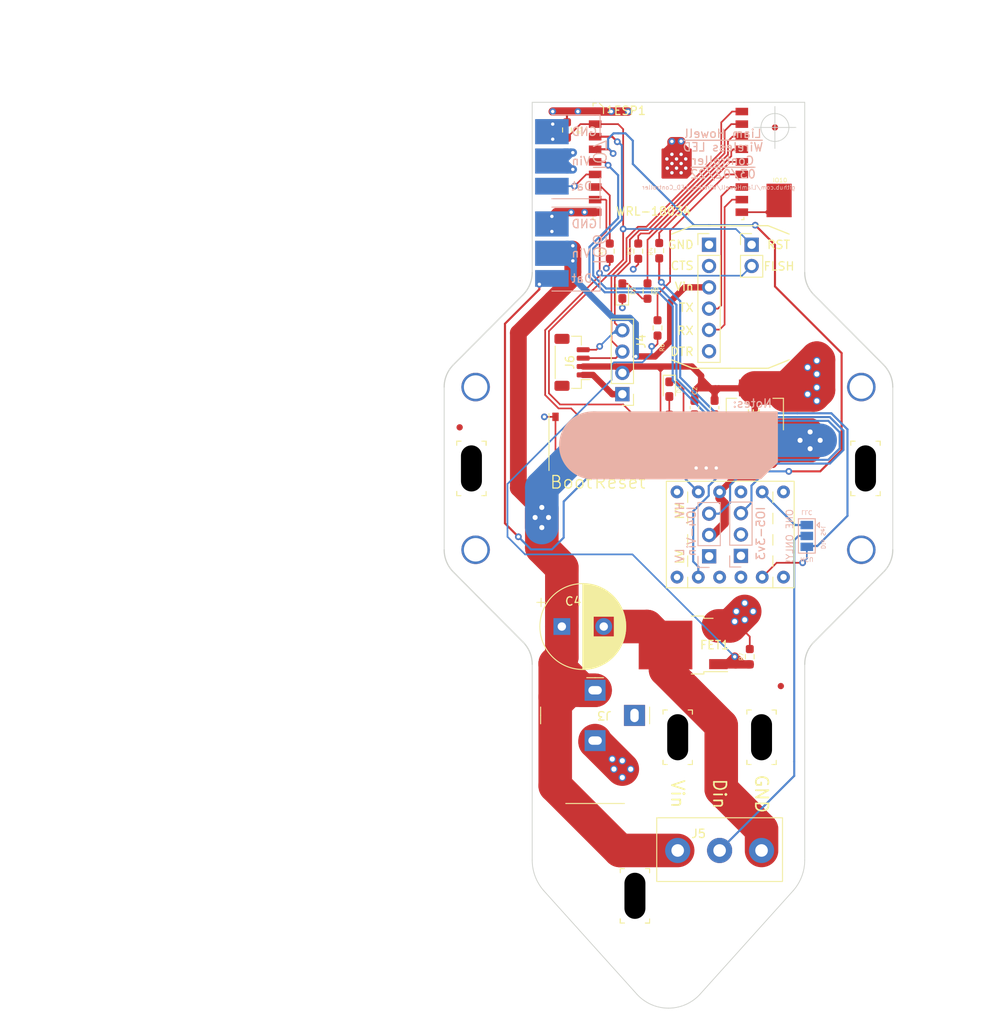
<source format=kicad_pcb>
(kicad_pcb (version 20211014) (generator pcbnew)
  (layers (0 "F.Cu" signal) (1 "In1.Cu" signal) (2 "In2.Cu" signal) (31 "B.Cu" signal) (34 "B.Paste" user) (35 "F.Paste" user) (36 "B.SilkS" user "B.Silkscreen") (37 "F.SilkS" user "F.Silkscreen") (38 "B.Mask" user) (39 "F.Mask" user) (44 "Edge.Cuts" user))
  (net 0 "")
  (net 1 "ESP_Vcc")
  (net 2 "GND")
  (net 3 "Vin")
  (net 4 "Strip_-")
  (net 5 "Net-(D1-Pad2)")
  (net 6 "Net-(D2-Pad2)")
  (net 7 "~{Reset}")
  (net 8 "/IO4")
  (net 9 "/IO5")
  (net 10 "/IO6")
  (net 11 "/IO7")
  (net 12 "Net-(ESP1-Pad7)")
  (net 13 "~{Flash}")
  (net 14 "/IO10")
  (net 15 "/RX_CON")
  (net 16 "/TX_CON")
  (net 17 "/PWR_STRIP")
  (net 18 "Net-(ESP1-Pad14)")
  (net 19 "/LED")
  (net 20 "Net-(ESP1-Pad16)")
  (net 21 "/SCL")
  (net 22 "/SDA")
  (net 23 "Net-(FET1-Pad1)")
  (net 24 "/CTS")
  (net 25 "/DTR")
  (net 26 "/Din_STRIP")
  (net 27 "Net-(JP1-Pad1)")
  (net 28 "/Hv_Din_STRIP")
  (net 29 "/3v3_Din_STRIP")
  (net 34 "/IO6_HV")
  (footprint "Capacitor_SMD:C_0603_1608Metric_Pad1.08x0.95mm_HandSolder" (layer "F.Cu") (at 62.825 63.68 -90)
    (fp_text reference "C2")
    (fp_text value "0.1uF")
  )
  (footprint "Liam_KiCAD6_Foot:ZipTie_5x2" (layer "F.Cu") (at 34.725 73.93 90)
    (fp_text reference "Zip4")
    (fp_text value "ZiptieStrain" hide)
  )
  (footprint "Connector_PinHeader_2.54mm:PinHeader_1x04_P2.54mm_Vertical" (layer "F.Cu") (at 54.225 62.08 180)
    (fp_text reference "J4")
    (fp_text value "THT_I2C")
  )
  (footprint "Resistor_SMD:R_0603_1608Metric_Pad0.98x0.95mm_HandSolder" (layer "F.Cu") (at 69.42 93.38 90)
    (fp_text reference "R7")
    (fp_text value "10k")
  )
  (footprint "Liam_KiCAD6_Foot:BarrelJack" (layer "F.Cu") (at 50.975 100.38 180)
    (fp_text reference "J3")
    (fp_text value "Barrel_Jack")
  )
  (footprint "Resistor_SMD:R_0603_1608Metric_Pad0.98x0.95mm_HandSolder" (layer "F.Cu") (at 47.62 30.58 -90)
    (fp_text reference "R1")
    (fp_text value "10k")
  )
  (footprint "Package_TO_SOT_SMD:SOT-223-3_TabPin2" (layer "F.Cu") (at 70.025 64.48 90)
    (fp_text reference "U1")
    (fp_text value "AMS1117-3.3")
  )
  (footprint "Fiducial:Fiducial_0.75mm_Mask1.5mm" (layer "F.Cu") (at 73.125 96.88)
    (fp_text reference "FID3")
    (fp_text value "Fiducial")
  )
  (footprint "Liam_KiCAD6_Foot:ZipTie_5x2" (layer "F.Cu") (at 81.725 73.93 90)
    (fp_text reference "Zip3")
    (fp_text value "ZiptieStrain" hide)
  )
  (footprint "LED_SMD:LED_0603_1608Metric_Pad1.05x0.95mm_HandSolder" (layer "F.Cu") (at 59.825 61.48 -90)
    (fp_text reference "D1")
    (fp_text value "PWR LED")
  )
  (footprint "Jumper:SolderJumper-2_P1.3mm_Bridged_RoundedPad1.0x1.5mm" (layer "F.Cu") (at 59.825 69.1 -90)
    (fp_text reference "JP1")
    (fp_text value "SolderJumper_2_Bridged" hide)
  )
  (footprint "Resistor_SMD:R_0603_1608Metric_Pad0.98x0.95mm_HandSolder" (layer "F.Cu") (at 58.42 54.18 -90)
    (fp_text reference "R6")
    (fp_text value "660")
  )
  (footprint "Package_TO_SOT_SMD:TO-252-2" (layer "F.Cu") (at 61.475 91.985 180)
    (fp_text reference "FET1")
    (fp_text value "NCE3050K")
  )
  (footprint "LED_SMD:LED_0603_1608Metric_Pad1.05x0.95mm_HandSolder" (layer "F.Cu") (at 54.225 49.78 90)
    (fp_text reference "D2")
    (fp_text value "GP15")
  )
  (footprint "Resistor_SMD:R_0603_1608Metric_Pad0.98x0.95mm_HandSolder" (layer "F.Cu") (at 59.825 65.4405 90)
    (fp_text reference "R2")
    (fp_text value "2k2")
  )
  (footprint "Capacitor_THT:CP_Radial_D10.0mm_P5.00mm" (layer "F.Cu") (at 47.007323 89.78)
    (fp_text reference "C4")
    (fp_text value "1000uF")
  )
  (footprint "Liam_KiCAD6_Foot:Screw3Pin" (layer "F.Cu") (at 65.825 116.48)
    (fp_text reference "J5")
    (fp_text value "Conn_Strip")
  )
  (footprint "MountingHole:MountingHole_4.3mm_M4" (layer "F.Cu") (at 70.975 54.78)
    (fp_text reference "MOUNT3" hide)
    (fp_text value "MountingHole_M4")
  )
  (footprint "Resistor_SMD:R_0603_1608Metric_Pad0.98x0.95mm_HandSolder" (layer "F.Cu") (at 57.225 49.78 -90)
    (fp_text reference "R8")
    (fp_text value "2k2")
  )
  (footprint "Capacitor_SMD:C_0603_1608Metric_Pad1.08x0.95mm_HandSolder" (layer "F.Cu") (at 65.225 63.68 -90)
    (fp_text reference "C1")
    (fp_text value "10uF")
  )
  (footprint "Resistor_SMD:R_0603_1608Metric_Pad0.98x0.95mm_HandSolder" (layer "F.Cu") (at 56.12 45.03 90)
    (fp_text reference "R3")
    (fp_text value "10k")
  )
  (footprint "Liam_KiCAD6_Foot:LogicLevelConverter" (layer "F.Cu") (at 59.475 85.16 90)
    (fp_text reference "LLC1")
    (fp_text value "LogicLevelConverter")
  )
  (footprint "Liam_KiCAD6_Foot:ZipTie_5x2" (layer "F.Cu") (at 72.325 99.98 -90)
    (fp_text reference "Zip1")
    (fp_text value "ZiptieStrain" hide)
  )
  (footprint "Capacitor_SMD:C_0603_1608Metric_Pad1.08x0.95mm_HandSolder" (layer "F.Cu") (at 70.025 70.48 180)
    (fp_text reference "C3")
    (fp_text value "10uF")
  )
  (footprint "Liam_KiCAD6_Foot:Button" (layer "F.Cu") (at 53.925 67.78 90)
    (fp_text reference "SW2")
    (fp_text value "Reset")
  )
  (footprint "Resistor_SMD:R_0603_1608Metric_Pad0.98x0.95mm_HandSolder" (layer "F.Cu") (at 52.725 45.03 90)
    (fp_text reference "R5")
    (fp_text value "10k")
  )
  (footprint "Liam_KiCAD6_Foot:ZipTie_5x2" (layer "F.Cu") (at 54.225 124.884826 90)
    (fp_text reference "Zip2")
    (fp_text value "ZiptieStrain")
  )
  (footprint "Liam_KiCAD6_Foot:Button" (layer "F.Cu") (at 48.125 67.78 90)
    (fp_text reference "SW1")
    (fp_text value "Boot")
  )
  (footprint "Fiducial:Fiducial_0.75mm_Mask1.5mm" (layer "F.Cu") (at 34.82 66.03)
    (fp_text reference "FID2")
    (fp_text value "Fiducial")
  )
  (footprint "Fiducial:Fiducial_0.75mm_Mask1.5mm" (layer "F.Cu") (at 72.425 30.28)
    (fp_text reference "FID1")
    (fp_text value "Fiducial")
  )
  (footprint "Liam_KiCAD6_Foot:ESP32-C3" (layer "F.Cu") (at 50.725 21.28)
    (fp_text reference "ESP1")
    (fp_text value "ESP32-C3-WROOM")
  )
  (footprint "Liam_KiCAD6_Foot:SensorMount_Double" (layer "F.Cu") (at 36.725 80.63 90)
    (fp_text reference "SenMount1" hide)
    (fp_text value "SensMount")
  )
  (footprint "Connector_PinHeader_2.54mm:PinHeader_1x02_P2.54mm_Vertical" (layer "F.Cu") (at 69.645 44.26)
    (fp_text reference "J2")
    (fp_text value "Flash Easy")
  )
  (footprint "Liam_KiCAD6_Foot:Conn1x1SMD" (layer "F.Cu") (at 71.42 36.98)
    (fp_text reference "J11")
    (fp_text value "Conn_01x01_Female")
  )
  (footprint "Resistor_SMD:R_0603_1608Metric_Pad0.98x0.95mm_HandSolder" (layer "F.Cu") (at 58.62 44.9675 90)
    (fp_text reference "R4")
    (fp_text value "330")
  )
  (footprint "Connector_PinHeader_2.54mm:PinHeader_1x06_P2.54mm_Vertical" (layer "F.Cu") (at 64.565 44.26)
    (fp_text reference "J1")
    (fp_text value "FTDI")
  )
  (footprint "Liam_KiCAD6_Foot:ZipTie_5x2" (layer "F.Cu") (at 62.325 99.98 -90)
    (fp_text reference "Zip5")
    (fp_text value "ZiptieStrain" hide)
  )
  (footprint "MountingHole:MountingHole_4.3mm_M4" (layer "F.Cu") (at 50.975 77.28)
    (fp_text reference "MOUNT1" hide)
    (fp_text value "MountingHole_M4")
  )
  (footprint "MountingHole:MountingHole_4.3mm_M4" (layer "F.Cu") (at 59.725 130.28)
    (fp_text reference "MOUNT2" hide)
    (fp_text value "MountingHole_M4")
  )
  (footprint "Connector_JST:JST_SH_BM04B-SRSS-TB_1x04-1MP_P1.00mm_Vertical" (layer "F.Cu") (at 48.225 58.28 90)
    (fp_text reference "J6")
    (fp_text value "JST-SH")
  )
  (footprint "Liam_KiCAD6_Foot:Conn1x3SMD" (layer "B.Cu") (at 45.82 33.78 180)
    (fp_text reference "J10")
    (fp_text value "Conn_01x03_Female" hide)
  )
  (footprint "Liam_KiCAD6_Foot:Conn1x3SMD" (layer "B.Cu") (at 45.82 44.78 180)
    (fp_text reference "J8")
    (fp_text value "Conn_01x03_Female" hide)
  )
  (footprint "Connector_PinHeader_2.54mm:PinHeader_1x03_P2.54mm_Vertical" (layer "B.Cu") (at 64.575 81.405)
    (fp_text reference "J7")
    (fp_text value "Conn_01x03_Female" hide)
  )
  (footprint "Connector_PinHeader_2.54mm:PinHeader_1x03_P2.54mm_Vertical" (layer "B.Cu") (at 68.365 81.35)
    (fp_text reference "J9")
    (fp_text value "Conn_01x03_Female" hide)
  )
  (footprint "Jumper:SolderJumper-3_P1.3mm_Open_Pad1.0x1.5mm" (layer "B.Cu") (at 76.225 78.98 -90)
    (fp_text reference "DinSel1")
    (fp_text value "SolderJumper_3_Open" hide)
  )
  (gr_poly (pts (xy 50.725 72.18) (xy 70.725 72.18) (xy 72.725 70.18) (xy 72.725 64.18) (xy 50.725 64.18)) (layer "B.SilkS") (width 0.1) (fill solid))
  (gr_circle (center 50.725 68.18) (end 54.725 68.18) (layer "B.SilkS") (width 0.1) (fill solid))
  (gr_line (start 62.605 58.99) (end 60.105 57.99) (layer "F.SilkS") (width 0.15))
  (gr_line (start 67.105 58.99) (end 71.605 58.99) (layer "F.SilkS") (width 0.15))
  (gr_line (start 67.105 41.99) (end 62.605 41.99) (layer "F.SilkS") (width 0.15))
  (gr_line (start 71.605 58.99) (end 74.105 57.99) (layer "F.SilkS") (width 0.15))
  (gr_line (start 67.105 58.99) (end 62.605 58.99) (layer "F.SilkS") (width 0.15))
  (gr_line (start 71.605 41.99) (end 74.105 42.99) (layer "F.SilkS") (width 0.15))
  (gr_line (start 62.605 41.99) (end 60.105 42.99) (layer "F.SilkS") (width 0.15))
  (gr_line (start 67.105 41.99) (end 71.605 41.99) (layer "F.SilkS") (width 0.15))
  (gr_arc (start 86.475 80.63) (mid 86.189548 82.065063) (end 85.37665 83.28165) (layer "Edge.Cuts") (width 0.15))
  (gr_line (start 32.975 61.23) (end 32.975 80.63) (layer "Edge.Cuts") (width 0.1))
  (gr_line (start 63.475 133.634826) (end 74.599108 121.273745) (layer "Edge.Cuts") (width 0.1))
  (gr_line (start 43.475 27.28) (end 43.47335 47.57835) (layer "Edge.Cuts") (width 0.1))
  (gr_line (start 43.475 27.28) (end 50.725 27.28) (layer "Edge.Cuts") (width 0.1))
  (gr_arc (start 42.375 91.63) (mid 43.187898 92.846587) (end 43.47335 94.28165) (layer "Edge.Cuts") (width 0.15))
  (gr_arc (start 32.975 61.23) (mid 33.260452 59.794937) (end 34.07335 58.57835) (layer "Edge.Cuts") (width 0.15))
  (gr_arc (start 85.37665 58.57835) (mid 86.189548 59.794937) (end 86.475 61.23) (layer "Edge.Cuts") (width 0.15))
  (gr_arc (start 63.475 133.634826) (mid 61.772504 134.850618) (end 59.725 135.28) (layer "Edge.Cuts") (width 0.1))
  (gr_line (start 86.475 61.23) (end 86.475 80.63) (layer "Edge.Cuts") (width 0.1))
  (gr_line (start 75.97665 94.28165) (end 75.975 117.634826) (layer "Edge.Cuts") (width 0.1))
  (gr_line (start 44.850892 121.273745) (end 55.975 133.634826) (layer "Edge.Cuts") (width 0.1))
  (gr_line (start 34.07335 58.57835) (end 42.375 50.23) (layer "Edge.Cuts") (width 0.15))
  (gr_line (start 77.075 50.23) (end 85.37665 58.57835) (layer "Edge.Cuts") (width 0.15))
  (gr_arc (start 43.47335 47.57835) (mid 43.187898 49.013413) (end 42.375 50.23) (layer "Edge.Cuts") (width 0.15))
  (gr_arc (start 75.97665 94.28165) (mid 76.262102 92.846587) (end 77.075 91.63) (layer "Edge.Cuts") (width 0.15))
  (gr_line (start 34.07335 83.28165) (end 42.375 91.63) (layer "Edge.Cuts") (width 0.15))
  (gr_line (start 43.47335 94.28165) (end 43.475 117.634826) (layer "Edge.Cuts") (width 0.1))
  (gr_arc (start 75.975 117.634826) (mid 75.619541 119.58) (end 74.599108 121.273745) (layer "Edge.Cuts") (width 0.1))
  (gr_arc (start 34.07335 83.28165) (mid 33.260452 82.065063) (end 32.975 80.63) (layer "Edge.Cuts") (width 0.15))
  (gr_arc (start 44.850892 121.273745) (mid 43.830459 119.58) (end 43.475 117.634826) (layer "Edge.Cuts") (width 0.1))
  (gr_line (start 68.725 27.28) (end 50.725 27.28) (layer "Edge.Cuts") (width 0.1))
  (gr_line (start 75.975 27.28) (end 75.97665 47.57835) (layer "Edge.Cuts") (width 0.1))
  (gr_arc (start 77.075 50.23) (mid 76.262102 49.013413) (end 75.97665 47.57835) (layer "Edge.Cuts") (width 0.15))
  (gr_arc (start 59.725 135.28) (mid 57.677496 134.850618) (end 55.975 133.634826) (layer "Edge.Cuts") (width 0.1))
  (gr_line (start 68.725 27.28) (end 75.975 27.28) (layer "Edge.Cuts") (width 0.1))
  (gr_line (start 77.075 91.63) (end 85.37665 83.28165) (layer "Edge.Cuts") (width 0.15))
  (gr_text "HV" (at 61.075 76.88 90) (layer "B.SilkS") (effects (font (size 1 1)) (justify right mirror)))
  (gr_text "Liam Howell\n~{Wireless LED}\nController\n~{03/02/22}" (at 66.225 33.43) (layer "B.SilkS") (effects (font (size 1 1)) (justify mirror)))
  (gr_text "ONE ONLY!" (at 74.175 78.98 90) (layer "B.SilkS") (effects (font (size 0.8 0.8) (thickness 0.1)) (justify mirror)))
  (gr_text "IO6" (at 51.475 44.78 270) (layer "B.SilkS") (effects (font (size 1.5 1.5)) (justify mirror)))
  (gr_text "Din Sel" (at 78.175 79.18 270) (layer "B.SilkS") (effects (font (size 0.5 0.5) (thickness 0.07)) (justify mirror)))
  (gr_text "LLC" (at 76.225 76.18 180) (layer "B.SilkS") (effects (font (size 0.5 0.5) (thickness 0.07)) (justify mirror)))
  (gr_text "github.com/LiamHowell/Wireless_LED_Controller" (at 65.725 37.43) (layer "B.SilkS") (effects (font (size 0.5 0.5) (thickness 0.07)) (justify mirror)))
  (gr_text "LV" (at 61.075 80.38 90) (layer "B.SilkS") (effects (font (size 1 1)) (justify left mirror)))
  (gr_text "Notes:" (at 69.725 63.18) (layer "B.SilkS") (effects (font (size 1 1)) (justify mirror)))
  (gr_text "IO7" (at 51.475 33.53 270) (layer "B.SilkS") (effects (font (size 1.5 1.5)) (justify mirror)))
  (gr_text "MCU" (at 76.225 81.78 180) (layer "B.SilkS") (effects (font (size 0.5 0.5) (thickness 0.07)) (justify mirror)))
  (gr_text "IO5-3v3" (at 70.725 78.68 90) (layer "B.SilkS") (effects (font (size 1 1)) (justify mirror)))
  (gr_text "IO4-Vin" (at 62.475 78.43 90) (layer "B.SilkS") (effects (font (size 1 1)) (justify mirror)))
  (gr_text "DTR" (at 62.815 57.01) (layer "F.SilkS") (effects (font (size 1 1)) (justify right)))
  (gr_text "Vin" (at 62.815 49.26) (layer "F.SilkS") (effects (font (size 1 1)) (justify right)))
  (gr_text "Reset" (at 53.925 72.58) (layer "F.SilkS") (effects (font (size 1.5 1.5))))
  (gr_text "IO10" (at 73.02 36.58) (layer "F.SilkS") (effects (font (size 0.5 0.5) (thickness 0.07))))
  (gr_text "GND" (at 62.815 44.26) (layer "F.SilkS") (effects (font (size 1 1)) (justify right)))
  (gr_text "FLSH" (at 70.975 46.83) (layer "F.SilkS") (effects (font (size 1 1)) (justify left)))
  (gr_text "GND" (at 70.825 109.73 270) (layer "F.SilkS") (effects (font (size 1.5 1.5) (thickness 0.2))))
  (gr_text "Vin" (at 60.825 109.73 270) (layer "F.SilkS") (effects (font (size 1.5 1.5) (thickness 0.2))))
  (gr_text "PWR LED" (at 58.075 68.274 90) (layer "F.SilkS") (effects (font (size 1 1) (thickness 0.12))))
  (gr_text "CTS" (at 62.815 46.76) (layer "F.SilkS") (effects (font (size 1 1)) (justify right)))
  (gr_text "RX" (at 62.815 54.51) (layer "F.SilkS") (effects (font (size 1 1)) (justify right)))
  (gr_text "Din" (at 65.825 109.73 270) (layer "F.SilkS") (effects (font (size 1.5 1.5) (thickness 0.2))))
  (gr_text "Boot" (at 48.125 72.58) (layer "F.SilkS") (effects (font (size 1.5 1.5))))
  (gr_text "RST" (at 71.395 44.26) (layer "F.SilkS") (effects (font (size 1 1)) (justify left)))
  (gr_text "TX" (at 62.815 51.76) (layer "F.SilkS") (effects (font (size 1 1)) (justify right)))
  (target plus (at 72.42 30.28) (size 5) (width 0.1) (layer "Edge.Cuts"))
  (segment (start 54.225 59.78) (end 54.225 59.58) (width 0.75) (layer "F.Cu") (net 1))
  (segment (start 58.775489 59.374511) (end 59.07 59.08) (width 0.2) (layer "F.Cu") (net 1))
  (segment (start 70.025 66.285) (end 70.025 63.685) (width 0.75) (layer "F.Cu") (net 1))
  (segment (start 65.225 61.875) (end 65.225 61.475) (width 0.75) (layer "F.Cu") (net 1))
  (segment (start 59.825 69.75) (end 58.99 69.75) (width 0.2) (layer "F.Cu") (net 1))
  (segment (start 63.62 59.88) (end 63.62 61.28) (width 0.75) (layer "F.Cu") (net 1))
  (segment (start 59.07 59.08) (end 59.07 58.955) (width 0.2) (layer "F.Cu") (net 1))
  (segment (start 65.215 61.875) (end 63.82 60.48) (width 0.75) (layer "F.Cu") (net 1))
  (segment (start 70.025 62.275) (end 70.12 62.18) (width 0.75) (layer "F.Cu") (net 1))
  (segment (start 52.725 45.9425) (end 52.725 46.655744) (width 0.2) (layer "F.Cu") (net 1))
  (segment (start 70.025 63.475) (end 69.12 62.57) (width 0.75) (layer "F.Cu") (net 1))
  (segment (start 53.52 58.78) (end 54.32 59.58) (width 0.75) (layer "F.Cu") (net 1))
  (segment (start 70.025 66.285) (end 69.62 66.69) (width 0.75) (layer "F.Cu") (net 1))
  (segment (start 70.025 66.285) (end 70.42 66.68) (width 0.75) (layer "F.Cu") (net 1))
  (segment (start 77.42 57.78) (end 77.62 57.98) (width 4) (layer "F.Cu") (net 1))
  (segment (start 56.12 45.9425) (end 56.12 46.585) (width 0.2) (layer "F.Cu") (net 1))
  (segment (start 70.025 61.33) (end 73.87 61.33) (width 4) (layer "F.Cu") (net 1))
  (segment (start 73.87 61.33) (end 77.42 57.78) (width 4) (layer "F.Cu") (net 1))
  (segment (start 70.025 67.63) (end 70.025 66.285) (width 0.75) (layer "F.Cu") (net 1))
  (segment (start 62.825 61.675) (end 63.12 61.38) (width 0.75) (layer "F.Cu") (net 1))
  (segment (start 49.55 58.78) (end 53.52 58.78) (width 0.75) (layer "F.Cu") (net 1))
  (segment (start 55.325 58.78) (end 62.52 58.78) (width 0.75) (layer "F.Cu") (net 1))
  (segment (start 54.325 59.78) (end 54.225 59.78) (width 0.75) (layer "F.Cu") (net 1))
  (segment (start 63.62 60.88) (end 63.62 60.68) (width 0.75) (layer "F.Cu") (net 1))
  (segment (start 53.52 58.78) (end 55.325 58.78) (width 0.75) (layer "F.Cu") (net 1))
  (segment (start 63.82 60.48) (end 63.72 60.48) (width 0.75) (layer "F.Cu") (net 1))
  (segment (start 63.12 61.38) (end 68.72 61.38) (width 0.75) (layer "F.Cu") (net 1))
  (segment (start 69.12 62.57) (end 69.12 62.38) (width 0.75) (layer "F.Cu") (net 1))
  (segment (start 77.62 61.58) (end 77.02 62.18) (width 4) (layer "F.Cu") (net 1))
  (segment (start 47.62 29.6675) (end 47.62 28.68) (width 0.25) (layer "F.Cu") (net 1))
  (segment (start 50.975 28.38) (end 52.92 28.38) (width 1) (layer "F.Cu") (net 1))
  (segment (start 70.025 63.685) (end 70.025 63.475) (width 0.75) (layer "F.Cu") (net 1))
  (segment (start 52.92 28.38) (end 54.92 28.38) (width 1) (layer "F.Cu") (net 1))
  (segment (start 69.62 66.69) (end 69.62 67.08) (width 0.75) (layer "F.Cu") (net 1))
  (segment (start 58.775489 69.535489) (end 58.775489 59.374511) (width 0.2) (layer "F.Cu") (net 1))
  (segment (start 65.225 61.875) (end 65.72 61.38) (width 0.75) (layer "F.Cu") (net 1))
  (segment (start 55.325 58.78) (end 54.325 59.78) (width 0.75) (layer "F.Cu") (net 1))
  (segment (start 58.775489 59.374511) (end 58.47 59.069022) (width 0.2) (layer "F.Cu") (net 1))
  (segment (start 62.825 62.8175) (end 62.825 61.675) (width 0.75) (layer "F.Cu") (net 1))
  (segment (start 70.025 63.475) (end 70.52 62.98) (width 0.75) (layer "F.Cu") (net 1))
  (segment (start 73.62 62.18) (end 72.82 61.38) (width 4) (layer "F.Cu") (net 1))
  (segment (start 65.225 61.475) (end 65.32 61.38) (width 0.75) (layer "F.Cu") (net 1))
  (segment (start 50.975 28.38) (end 45.92 28.38) (width 1) (layer "F.Cu") (net 1))
  (segment (start 70.42 66.68) (end 70.42 66.98) (width 0.75) (layer "F.Cu") (net 1))
  (segment (start 52.725 46.655744) (end 52.312872 47.067872) (width 0.2) (layer "F.Cu") (net 1))
  (segment (start 62.52 58.78) (end 63.62 59.88) (width 0.75) (layer "F.Cu") (net 1))
  (segment (start 65.225 61.875) (end 65.215 61.875) (width 0.75) (layer "F.Cu") (net 1))
  (segment (start 65.225 62.8175) (end 65.225 61.875) (width 0.75) (layer "F.Cu") (net 1))
  (segment (start 70.025 63.685) (end 70.025 62.275) (width 0.75) (layer "F.Cu") (net 1))
  (segment (start 58.99 69.75) (end 58.775489 69.535489) (width 0.2) (layer "F.Cu") (net 1))
  (segment (start 77.62 57.98) (end 77.62 61.58) (width 4) (layer "F.Cu") (net 1))
  (segment (start 77.02 62.18) (end 73.62 62.18) (width 4) (layer "F.Cu") (net 1))
  (segment (start 56.12 46.585) (end 55.525 47.18) (width 0.2) (layer "F.Cu") (net 1))
  (segment (start 63.12 61.38) (end 63.62 60.88) (width 0.75) (layer "F.Cu") (net 1))
  (segment (start 58.775489 59.374511) (end 58.775489 58.899511) (width 0.2) (layer "F.Cu") (net 1))
  (via (at 77.42 59.68) (size 0.9) (drill 0.6) (layers "F.Cu" "B.Cu") (net 1))
  (via (at 52.312872 47.067872) (size 0.8) (drill 0.4) (layers "F.Cu" "B.Cu") (net 1))
  (via (at 55.525 47.18) (size 0.8) (drill 0.4) (layers "F.Cu" "B.Cu") (net 1))
  (via (at 54.92 28.38) (size 0.8) (drill 0.4) (layers "F.Cu" "B.Cu") (net 1))
  (via (at 52.92 28.38) (size 0.8) (drill 0.4) (layers "F.Cu" "B.Cu") (net 1))
  (via (at 48.92 28.38) (size 0.8) (drill 0.4) (layers "F.Cu" "B.Cu") (net 1))
  (via (at 45.92 28.38) (size 0.8) (drill 0.4) (layers "F.Cu" "B.Cu") (net 1))
  (via (at 76.32 62.08) (size 0.9) (drill 0.6) (layers "F.Cu" "B.Cu") (net 1))
  (via (at 77.42 62.88) (size 0.9) (drill 0.6) (layers "F.Cu" "B.Cu") (net 1))
  (via (at 48.32 35.28) (size 0.8) (drill 0.4) (layers "F.Cu" "B.Cu") (net 1))
  (via (at 77.42 61.28) (size 0.9) (drill 0.6) (layers "F.Cu" "B.Cu") (net 1))
  (via (at 76.32 58.88) (size 0.9) (drill 0.6) (layers "F.Cu" "B.Cu") (net 1))
  (via (at 77.42 58.08) (size 0.9) (drill 0.6) (layers "F.Cu" "B.Cu") (net 1))
  (via (at 48.32 33.28) (size 0.8) (drill 0.4) (layers "F.Cu" "B.Cu") (net 1))
  (segment (start 47.32 34.03) (end 48.07 33.28) (width 1) (layer "B.Cu") (net 1))
  (segment (start 47.32 34.53) (end 48.07 35.28) (width 1) (layer "B.Cu") (net 1))
  (segment (start 46.57 34.28) (end 47.32 33.53) (width 1) (layer "B.Cu") (net 1))
  (segment (start 47.57 35.28) (end 48.32 35.28) (width 1) (layer "B.Cu") (net 1))
  (segment (start 45.82 34.28) (end 46.82 34.28) (width 1) (layer "B.Cu") (net 1))
  (segment (start 47.32 33.28) (end 48.32 33.28) (width 1) (layer "B.Cu") (net 1))
  (segment (start 45.82 34.28) (end 46.57 34.28) (width 1) (layer "B.Cu") (net 1))
  (segment (start 66.425 70.48) (end 65.925 70.98) (width 0.75) (layer "F.Cu") (net 2))
  (segment (start 52.05 70.78) (end 52.05 66.205) (width 0.2) (layer "F.Cu") (net 2))
  (segment (start 59.585 33.48) (end 59.585 33.09) (width 1) (layer "F.Cu") (net 2))
  (segment (start 46.25 64.955) (end 46.425 64.78) (width 0.2) (layer "F.Cu") (net 2))
  (segment (start 66.725 69.48) (end 66.425 69.18) (width 2) (layer "F.Cu") (net 2))
  (segment (start 60.645 60.605) (end 61.52 61.48) (width 0.2) (layer "F.Cu") (net 2))
  (segment (start 65.6725 66.9325) (end 65.725 66.985) (width 0.75) (layer "F.Cu") (net 2))
  (segment (start 47.025 71.58) (end 46.325 70.88) (width 0.2) (layer "F.Cu") (net 2))
  (segment (start 63.12 66.58) (end 63.12 66.38) (width 0.2) (layer "F.Cu") (net 2))
  (segment (start 62.825 65.685) (end 63.52 66.38) (width 0.75) (layer "F.Cu") (net 2))
  (segment (start 59.585 33.09) (end 59.895 32.78) (width 1) (layer "F.Cu") (net 2))
  (segment (start 61.52 65.98) (end 62.22 66.68) (width 0.2) (layer "F.Cu") (net 2))
  (segment (start 63.02 66.68) (end 65.12 66.68) (width 0.2) (layer "F.Cu") (net 2))
  (segment (start 54.225 50.3675) (end 54.225 51.7925) (width 0.2) (layer "F.Cu") (net 2))
  (segment (start 64.72 66.38) (end 65.12 65.98) (width 0.75) (layer "F.Cu") (net 2))
  (segment (start 46.32 40.38) (end 45.82 40.88) (width 1) (layer "F.Cu") (net 2))
  (segment (start 66.725 69.48) (end 65.425 70.78) (width 2) (layer "F.Cu") (net 2))
  (segment (start 66.425 69.18) (end 66.425 68.28) (width 2) (layer "F.Cu") (net 2))
  (segment (start 60.135 33.48) (end 60.135 31.94) (width 1) (layer "F.Cu") (net 2))
  (segment (start 67.725 67.63) (end 67.725 68.48) (width 2) (layer "F.Cu") (net 2))
  (segment (start 66.32 67.58) (end 67.72 67.58) (width 0.75) (layer "F.Cu") (net 2))
  (segment (start 50.975 40.38) (end 49.72 40.38) (width 1) (layer "F.Cu") (net 2))
  (segment (start 65.675 89.705) (end 67.095 89.705) (width 4) (layer "F.Cu") (net 2))
  (segment (start 48.12 40.38) (end 46.32 40.38) (width 1) (layer "F.Cu") (net 2))
  (segment (start 65.6725 66.9325) (end 66.32 67.58) (width 0.75) (layer "F.Cu") (net 2))
  (segment (start 51.575 65.43) (end 52.125 64.88) (width 0.2) (layer "F.Cu") (net 2))
  (segment (start 60.095 32.78) (end 60.495 32.78) (width 1) (layer "F.Cu") (net 2))
  (segment (start 69.1625 70.48) (end 68.22 70.48) (width 0.75) (layer "F.Cu") (net 2))
  (segment (start 65.425 70.78) (end 65.325 70.88) (width 2) (layer "F.Cu") (net 2))
  (segment (start 46.25 64.78) (end 44.925 64.78) (width 0.2) (layer "F.Cu") (net 2))
  (segment (start 61.235 31.92) (end 60.155 31.92) (width 1) (layer "F.Cu") (net 2))
  (segment (start 61.785 33.07) (end 61.495 32.78) (width 1) (layer "F.Cu") (net 2))
  (segment (start 54.225 62.08) (end 53.02 62.08) (width 0.75) (layer "F.Cu") (net 2))
  (segment (start 63.02 66.68) (end 63.12 66.58) (width 0.2) (layer "F.Cu") (net 2))
  (segment (start 51.425489 65.579511) (end 51.575 65.43) (width 0.2) (layer "F.Cu") (net 2))
  (segment (start 61.785 33.48) (end 61.785 33.07) (width 1) (layer "F.Cu") (net 2))
  (segment (start 51.575 65.43) (end 51.625 65.48) (width 0.2) (layer "F.Cu") (net 2))
  (segment (start 68.22 70.48) (end 67.72 69.98) (width 0.75) (layer "F.Cu") (net 2))
  (segment (start 62.22 66.68) (end 63.02 66.68) (width 0.2) (layer "F.Cu") (net 2))
  (segment (start 63.52 66.38) (end 64.72 66.38) (width 0.75) (layer "F.Cu") (net 2))
  (segment (start 46.25 70.78) (end 46.25 64.955) (width 0.2) (layer "F.Cu") (net 2))
  (segment (start 61.52 61.48) (end 61.52 65.98) (width 0.2) (layer "F.Cu") (net 2))
  (segment (start 51.25 71.58) (end 47.025 71.58) (width 0.2) (layer "F.Cu") (net 2))
  (segment (start 69.42 90.98) (end 67.62 89.18) (width 0.2) (layer "F.Cu") (net 2))
  (segment (start 60.155 31.92) (end 60.095 31.98) (width 1) (layer "F.Cu") (net 2))
  (segment (start 67.72 69.98) (end 67.72 67.58) (width 0.75) (layer "F.Cu") (net 2))
  (segment (start 60.495 32.78) (end 60.695 32.98) (width 1) (layer "F.Cu") (net 2))
  (segment (start 61.235 33.48) (end 61.235 31.92) (width 1) (layer "F.Cu") (net 2))
  (segment (start 50.72 59.78) (end 49.52 59.78) (width 0.75) (layer "F.Cu") (net 2))
  (segment (start 65.225 64.5425) (end 65.225 66.485) (width 0.75) (layer "F.Cu") (net 2))
  (segment (start 65.725 66.985) (end 65.725 69.58) (width 0.75) (layer "F.Cu") (net 2))
  (segment (start 51.625 65.48) (end 51.625 65.78) (width 0.2) (layer "F.Cu") (net 2))
  (segment (start 65.325 70.88) (end 64.225 70.88) (width 2) (layer "F.Cu") (net 2))
  (segment (start 67.725 68.48) (end 66.725 69.48) (width 2) (layer "F.Cu") (net 2))
  (segment (start 65.225 66.485) (end 65.6725 66.9325) (width 0.75) (layer "F.Cu") (net 2))
  (segment (start 52.05 66.205) (end 51.425 65.58) (width 0.2) (layer "F.Cu") (net 2))
  (segment (start 52.05 70.78) (end 51.25 71.58) (width 0.2) (layer "F.Cu") (net 2))
  (segment (start 50.975 103.38) (end 50.975 103.535) (width 4) (layer "F.Cu") (net 2))
  (segment (start 50.975 103.535) (end 54.22 106.78) (width 4) (layer "F.Cu") (net 2))
  (segment (start 53.02 62.08) (end 50.72 59.78) (width 0.75) (layer "F.Cu") (net 2))
  (segment (start 64.225 70.88) (end 63.025 70.88) (width 2) (layer "F.Cu") (net 2))
  (segment (start 59.825 60.605) (end 60.645 60.605) (width 0.2) (layer "F.Cu") (net 2))
  (segment (start 60.095 31.98) (end 60.095 32.78) (width 1) (layer "F.Cu") (net 2))
  (segment (start 62.825 64.5425) (end 62.825 65.685) (width 0.75) (layer "F.Cu") (net 2))
  (segment (start 69.1625 70.48) (end 66.425 70.48) (width 0.75) (layer "F.Cu") (net 2))
  (segment (start 67.095 89.705) (end 68.82 87.98) (width 4) (layer "F.Cu") (net 2))
  (segment (start 49.72 40.38) (end 48.12 40.38) (width 1) (layer "F.Cu") (net 2))
  (segment (start 64.72 66.38) (end 65.12 66.38) (width 0.75) (layer "F.Cu") (net 2))
  (segment (start 69.42 92.4675) (end 69.42 90.98) (width 0.2) (layer "F.Cu") (net 2))
  (via (at 45.92 31.68) (size 0.8) (drill 0.4) (layers "F.Cu" "B.Cu") (net 2))
  (via (at 60.135 31.94) (size 0.8) (drill 0.4) (layers "F.Cu" "B.Cu") (net 2))
  (via (at 68.82 86.98) (size 0.9) (drill 0.6) (layers "F.Cu" "B.Cu") (net 2))
  (via (at 54.22 107.78) (size 0.9) (drill 0.6) (layers "F.Cu" "B.Cu") (net 2))
  (via (at 68.82 88.98) (size 0.9) (drill 0.6) (layers "F.Cu" "B.Cu") (net 2))
  (via (at 54.225 51.78) (size 0.8) (drill 0.4) (layers "F.Cu" "B.Cu") (net 2))
  (via (at 45.92 29.88) (size 0.8) (drill 0.4) (layers "F.Cu" "B.Cu") (net 2))
  (via (at 45.82 42.68) (size 0.8) (drill 0.4) (layers "F.Cu" "B.Cu") (net 2))
  (via (at 48.12 40.38) (size 0.8) (drill 0.4) (layers "F.Cu" "B.Cu") (net 2))
  (via (at 45.82 40.88) (size 0.8) (drill 0.4) (layers "F.Cu" "B.Cu") (net 2))
  (via (at 64.225 70.88) (size 0.8) (drill 0.4) (layers "F.Cu" "B.Cu") (net 2))
  (via (at 65.425 70.88) (size 0.8) (drill 0.4) (layers "F.Cu" "B.Cu") (net 2))
  (via (at 67.82 87.98) (size 0.9) (drill 0.6) (layers "F.Cu" "B.Cu") (net 2))
  (via (at 63.025 70.88) (size 0.8) (drill 0.4) (layers "F.Cu" "B.Cu") (net 2))
  (via (at 53.02 105.58) (size 0.9) (drill 0.6) (layers "F.Cu" "B.Cu") (net 2))
  (via (at 69.82 87.98) (size 0.9) (drill 0.6) (layers "F.Cu" "B.Cu") (net 2))
  (via (at 49.72 40.38) (size 0.8) (drill 0.4) (layers "F.Cu" "B.Cu") (net 2))
  (via (at 67.62 89.18) (size 0.9) (drill 0.6) (layers "F.Cu" "B.Cu") (net 2))
  (via (at 44.925 64.78) (size 0.8) (drill 0.4) (layers "F.Cu" "B.Cu") (net 2))
  (via (at 53.22 106.78) (size 0.9) (drill 0.6) (layers "F.Cu" "B.Cu") (net 2))
  (via (at 54.22 105.78) (size 0.9) (drill 0.6) (layers "F.Cu" "B.Cu") (net 2))
  (via (at 55.22 106.78) (size 0.9) (drill 0.6) (layers "F.Cu" "B.Cu") (net 2))
  (via (at 61.235 31.92) (size 0.8) (drill 0.4) (layers "F.Cu" "B.Cu") (net 2))
  (segment (start 72.22 70.48) (end 72.22 69.08) (width 0.75) (layer "F.Cu") (net 3))
  (segment (start 77.82 66.98) (end 76.82 65.98) (width 2) (layer "F.Cu") (net 3))
  (segment (start 48.32 47.53) (end 48.32 48.28) (width 2) (layer "F.Cu") (net 3))
  (segment (start 49.400354 97.38) (end 50.975 97.38) (width 4) (layer "F.Cu") (net 3))
  (segment (start 41.82 73.28) (end 41.82 54.78) (width 2) (layer "F.Cu") (net 3))
  (segment (start 61.665 49.34) (end 59.925 51.08) (width 0.75) (layer "F.Cu") (net 3))
  (segment (start 72.22 70.48) (end 73.12 69.58) (width 0.75) (layer "F.Cu") (net 3))
  (segment (start 59.925 51.08) (end 59.925 55.78) (width 0.75) (layer "F.Cu") (net 3))
  (segment (start 47.007323 89.78) (end 47.007323 82.967323) (width 4) (layer "F.Cu") (net 3))
  (segment (start 77.82 67.58) (end 77.82 66.98) (width 2) (layer "F.Cu") (net 3))
  (segment (start 70.8875 71.0175) (end 69.925 71.98) (width 0.75) (layer "F.Cu") (net 3))
  (segment (start 66.425 77.48) (end 65.025 78.88) (width 1) (layer "F.Cu") (net 3))
  (segment (start 76.82 65.98) (end 74.82 65.98) (width 2) (layer "F.Cu") (net 3))
  (segment (start 72.325 68.485) (end 73.02 69.18) (width 2) (layer "F.Cu") (net 3))
  (segment (start 48.32 47.53) (end 48.32 45.78) (width 2) (layer "F.Cu") (net 3))
  (segment (start 48.32 48.28) (end 47.07 49.53) (width 2) (layer "F.Cu") (net 3))
  (segment (start 44.62 77.98) (end 44.62 76.08) (width 4) (layer "F.Cu") (net 3))
  (segment (start 47.007323 82.967323) (end 47.007323 82.767323) (width 4) (layer "F.Cu") (net 3))
  (segment (start 72.325 67.63) (end 72.325 68.485) (width 2) (layer "F.Cu") (net 3))
  (segment (start 73.42 67.38) (end 76.22 67.38) (width 2) (layer "F.Cu") (net 3))
  (segment (start 47.42 97.78) (end 46.62 98.58) (width 4) (layer "F.Cu") (net 3))
  (segment (start 46.22 94.199646) (end 47.007323 93.412323) (width 4) (layer "F.Cu") (net 3))
  (segment (start 74.82 65.98) (end 73.42 67.38) (width 2) (layer "F.Cu") (net 3))
  (segment (start 65.825 74.48) (end 66.425 75.08) (width 1) (layer "F.Cu") (net 3))
  (segment (start 65.025 78.88) (end 64.525 78.88) (width 1) (layer "F.Cu") (net 3))
  (segment (start 47.007323 93.412323) (end 47.007323 89.78) (width 4) (layer "F.Cu") (net 3))
  (segment (start 77.82 68.18) (end 77.82 67.58) (width 2) (layer "F.Cu") (net 3))
  (segment (start 53.92 116.48) (end 46.22 108.78) (width 4) (layer "F.Cu") (net 3))
  (segment (start 72.22 69.08) (end 72.32 68.98) (width 0.75) (layer "F.Cu") (net 3))
  (segment (start 76.82 69.18) (end 77.82 68.18) (width 2) (layer "F.Cu") (net 3))
  (segment (start 73.975 65.98) (end 76.82 65.98) (width 2) (layer "F.Cu") (net 3))
  (segment (start 69.925 71.98) (end 67.625 71.98) (width 0.75) (layer "F.Cu") (net 3))
  (segment (start 44.62 80.38) (end 44.62 75.78) (width 4) (layer "F.Cu") (net 3))
  (segment (start 50.975 97.38) (end 47.02 97.38) (width 4) (layer "F.Cu") (net 3))
  (segment (start 73.02 69.18) (end 76.82 69.18) (width 2) (layer "F.Cu") (net 3))
  (segment (start 71.62 70.48) (end 72.22 70.48) (width 0.75) (layer "F.Cu") (net 3))
  (segment (start 72.325 67.63) (end 73.975 65.98) (width 2) (layer "F.Cu") (net 3))
  (segment (start 70.8875 70.48) (end 71.62 70.48) (width 0.75) (layer "F.Cu") (net 3))
  (segment (start 60.825 116.48) (end 53.92 116.48) (width 4) (layer "F.Cu") (net 3))
  (segment (start 41.82 54.78) (end 45.82 50.78) (width 2) (layer "F.Cu") (net 3))
  (segment (start 66.425 75.08) (end 66.425 77.48) (width 1) (layer "F.Cu") (net 3))
  (segment (start 48.32 47.53) (end 48.32 44.78) (width 2) (layer "F.Cu") (net 3))
  (segment (start 72.325 67.63) (end 72.325 66.675) (width 2) (layer "F.Cu") (net 3))
  (segment (start 46.22 94.199646) (end 49.400354 97.38) (width 4) (layer "F.Cu") (net 3))
  (segment (start 58.125 57.58) (end 55.825 57.58) (width 0.75) (layer "F.Cu") (net 3))
  (segment (start 72.325 66.675) (end 73.02 65.98) (width 2) (layer "F.Cu") (net 3))
  (segment (start 71.62 70.48) (end 72.32 69.78) (width 0.75) (layer "F.Cu") (net 3))
  (segment (start 70.8875 70.48) (end 70.8875 71.0175) (width 0.75) (layer "F.Cu") (net 3))
  (segment (start 44.62 76.08) (end 41.82 73.28) (width 2) (layer "F.Cu") (net 3))
  (segment (start 59.125 56.58) (end 58.125 57.58) (width 0.75) (layer "F.Cu") (net 3))
  (segment (start 73.02 65.98) (end 75.02 65.98) (width 2) (layer "F.Cu") (net 3))
  (segment (start 47.007323 82.767323) (end 44.62 80.38) (width 4) (layer "F.Cu") (net 3))
  (segment (start 65.825 73.73) (end 65.825 74.48) (width 1) (layer "F.Cu") (net 3))
  (segment (start 45.82 50.78) (end 48.32 48.28) (width 2) (layer "F.Cu") (net 3))
  (segment (start 59.925 55.78) (end 59.125 56.58) (width 0.75) (layer "F.Cu") (net 3))
  (segment (start 67.625 71.98) (end 65.825 73.78) (width 0.75) (layer "F.Cu") (net 3))
  (segment (start 46.22 98.18) (end 46.22 94.199646) (width 4) (layer "F.Cu") (net 3))
  (segment (start 64.565 49.34) (end 61.665 49.34) (width 0.75) (layer "F.Cu") (net 3))
  (segment (start 46.22 108.78) (end 46.22 98.18) (width 4) (layer "F.Cu") (net 3))
  (via (at 44.62 75.58) (size 0.9) (drill 0.6) (layers "F.Cu" "B.Cu") (net 3))
  (via (at 77.82 67.58) (size 0.9) (drill 0.6) (layers "F.Cu" "B.Cu") (net 3))
  (via (at 48.32 46.18) (size 0.8) (drill 0.4) (layers "F.Cu" "B.Cu") (net 3))
  (via (at 44.62 77.98) (size 0.9) (drill 0.6) (layers "F.Cu" "B.Cu") (net 3))
  (via (at 43.82 76.78) (size 0.9) (drill 0.6) (layers "F.Cu" "B.Cu") (net 3))
  (via (at 55.825 57.58) (size 0.8) (drill 0.4) (layers "F.Cu" "B.Cu") (net 3))
  (via (at 45.42 76.78) (size 0.9) (drill 0.6) (layers "F.Cu" "B.Cu") (net 3))
  (via (at 76.62 66.58) (size 0.9) (drill 0.6) (layers "F.Cu" "B.Cu") (net 3))
  (via (at 75.42 67.58) (size 0.9) (drill 0.6) (layers "F.Cu" "B.Cu") (net 3))
  (via (at 76.62 68.58) (size 0.9) (drill 0.6) (layers "F.Cu" "B.Cu") (net 3))
  (via (at 48.32 44.38) (size 0.8) (drill 0.4) (layers "F.Cu" "B.Cu") (net 3))
  (segment (start 44.62 75.78) (end 44.62 77.98) (width 4) (layer "B.Cu") (net 3))
  (segment (start 48.425 46.98) (end 47.725 46.28) (width 0.75) (layer "B.Cu") (net 3))
  (segment (start 48.32 46.18) (end 48.32 44.38) (width 1) (layer "B.Cu") (net 3))
  (segment (start 47.72 44.38) (end 47.72 45.88) (width 1) (layer "B.Cu") (net 3))
  (segment (start 47.72 45.88) (end 47.72 45.98) (width 1) (layer "B.Cu") (net 3))
  (segment (start 45.82 45.28) (end 46.72 46.18) (width 1) (layer "B.Cu") (net 3))
  (segment (start 46.72 46.18) (end 48.32 46.18) (width 1) (layer "B.Cu") (net 3))
  (segment (start 53.125 52.98) (end 48.425 48.28) (width 0.75) (layer "B.Cu") (net 3))
  (segment (start 48.32 46.18) (end 48.22 46.28) (width 1) (layer "B.Cu") (net 3))
  (segment (start 48.32 44.38) (end 47.72 44.38) (width 1) (layer "B.Cu") (net 3))
  (segment (start 55.125 52.98) (end 53.125 52.98) (width 0.75) (layer "B.Cu") (net 3))
  (segment (start 45.82 45.28) (end 46.57 44.53) (width 1) (layer "B.Cu") (net 3))
  (segment (start 48.22 46.28) (end 47.32 46.28) (width 1) (layer "B.Cu") (net 3))
  (segment (start 47.62 44.28) (end 47.42 44.48) (width 1) (layer "B.Cu") (net 3))
  (segment (start 55.825 53.68) (end 55.125 52.98) (width 0.75) (layer "B.Cu") (net 3))
  (segment (start 45.82 45.28) (end 46.72 44.38) (width 1) (layer "B.Cu") (net 3))
  (segment (start 48.22 44.28) (end 47.62 44.28) (width 1) (layer "B.Cu") (net 3))
  (segment (start 77.82 67.58) (end 50.22 67.58) (width 4) (layer "B.Cu") (net 3))
  (segment (start 48.425 46.98) (end 48.425 46.48) (width 0.75) (layer "B.Cu") (net 3))
  (segment (start 50.22 67.58) (end 44.62 73.18) (width 4) (layer "B.Cu") (net 3))
  (segment (start 46.72 44.38) (end 48.32 44.38) (width 1) (layer "B.Cu") (net 3))
  (segment (start 48.32 44.38) (end 48.22 44.28) (width 1) (layer "B.Cu") (net 3))
  (segment (start 55.825 57.58) (end 55.825 53.68) (width 0.75) (layer "B.Cu") (net 3))
  (segment (start 45.82 45.28) (end 46.32 45.78) (width 1) (layer "B.Cu") (net 3))
  (segment (start 48.425 48.28) (end 48.425 46.98) (width 0.75) (layer "B.Cu") (net 3))
  (segment (start 44.62 73.18) (end 44.62 75.78) (width 4) (layer "B.Cu") (net 3))
  (segment (start 59.375 94.935) (end 66.02 101.58) (width 4) (layer "F.Cu") (net 4))
  (segment (start 66.02 101.58) (end 66.02 109.18) (width 4) (layer "F.Cu") (net 4))
  (segment (start 66.02 109.18) (end 70.825 113.985) (width 4) (layer "F.Cu") (net 4))
  (segment (start 57.17 89.78) (end 59.375 91.985) (width 4) (layer "F.Cu") (net 4))
  (segment (start 70.825 113.985) (end 70.825 116.48) (width 4) (layer "F.Cu") (net 4))
  (segment (start 52.007323 89.78) (end 57.17 89.78) (width 4) (layer "F.Cu") (net 4))
  (segment (start 59.375 91.985) (end 59.375 94.935) (width 4) (layer "F.Cu") (net 4))
  (segment (start 59.825 62.355) (end 59.825 64.475) (width 0.2) (layer "F.Cu") (net 5))
  (segment (start 59.825 64.475) (end 59.82 64.48) (width 0.2) (layer "F.Cu") (net 5))
  (segment (start 54.2 48.905) (end 54.82 48.905) (width 0.2) (layer "F.Cu") (net 6))
  (segment (start 54.8325 48.905) (end 56.6075 50.68) (width 0.2) (layer "F.Cu") (net 6))
  (segment (start 57.3125 50.68) (end 56.62 50.68) (width 0.2) (layer "F.Cu") (net 6))
  (segment (start 55.8 70.78) (end 55.8 64.905) (width 0.2) (layer "F.Cu") (net 7))
  (segment (start 45.47 54.555) (end 50.02 50.005) (width 0.2) (layer "F.Cu") (net 7))
  (segment (start 53.72 29.88) (end 51.02 29.88) (width 0.2) (layer "F.Cu") (net 7))
  (segment (start 50.02 50.005) (end 50.364988 50.005) (width 0.2) (layer "F.Cu") (net 7))
  (segment (start 47.62 31.4925) (end 49.2325 29.88) (width 0.2) (layer "F.Cu") (net 7))
  (segment (start 54.32048 46.049508) (end 54.32048 30.48048) (width 0.2) (layer "F.Cu") (net 7))
  (segment (start 55.8 64.78) (end 54.325 63.305) (width 0.2) (layer "F.Cu") (net 7))
  (segment (start 46.795 63.305) (end 45.47 61.98) (width 0.2) (layer "F.Cu") (net 7))
  (segment (start 50.364988 50.005) (end 54.32048 46.049508) (width 0.2) (layer "F.Cu") (net 7))
  (segment (start 54.32048 30.48048) (end 53.72 29.88) (width 0.2) (layer "F.Cu") (net 7))
  (segment (start 45.47 61.98) (end 45.47 54.555) (width 0.2) (layer "F.Cu") (net 7))
  (segment (start 54.325 63.305) (end 46.795 63.305) (width 0.2) (layer "F.Cu") (net 7))
  (segment (start 49.2325 29.88) (end 50.975 29.88) (width 0.2) (layer "F.Cu") (net 7))
  (via (at 54.32 42.38) (size 0.8) (drill 0.4) (layers "F.Cu" "B.Cu") (net 7))
  (segment (start 67.765 42.38) (end 54.32 42.38) (width 0.2) (layer "B.Cu") (net 7))
  (segment (start 69.645 44.26) (end 67.765 42.38) (width 0.2) (layer "B.Cu") (net 7))
  (segment (start 53.02098 31.38) (end 53.62098 31.98) (width 0.25) (layer "F.Cu") (net 8))
  (segment (start 50.975 31.38) (end 53.02098 31.38) (width 0.25) (layer "F.Cu") (net 8))
  (via (at 53.62098 31.98) (size 0.8) (drill 0.4) (layers "F.Cu" "B.Cu") (net 8))
  (segment (start 65.215242 64.80596) (end 60.67548 60.266198) (width 0.25) (layer "B.Cu") (net 8))
  (segment (start 54.175 32.43) (end 53.725 31.98) (width 0.25) (layer "B.Cu") (net 8))
  (segment (start 65.777081 76.325) (end 67.075 75.027081) (width 0.25) (layer "B.Cu") (net 8))
  (segment (start 69.65096 70.35404) (end 78.969044 70.35404) (width 0.25) (layer "B.Cu") (net 8))
  (segment (start 60.67548 51.43048) (end 58.725 49.48) (width 0.25) (layer "B.Cu") (net 8))
  (segment (start 50.750489 44.704511) (end 54.175 41.28) (width 0.25) (layer "B.Cu") (net 8))
  (segment (start 78.969044 70.35404) (end 80.59404 68.729044) (width 0.25) (layer "B.Cu") (net 8))
  (segment (start 50.750489 46.454511) (end 50.750489 45.204511) (width 0.25) (layer "B.Cu") (net 8))
  (segment (start 53.725 31.98) (end 53.625 31.98) (width 0.25) (layer "B.Cu") (net 8))
  (segment (start 78.969045 64.80596) (end 71.925 64.80596) (width 0.25) (layer "B.Cu") (net 8))
  (segment (start 67.075 75.027081) (end 67.075 72.93) (width 0.25) (layer "B.Cu") (net 8))
  (segment (start 67.075 72.93) (end 69.65096 70.35404) (width 0.25) (layer "B.Cu") (net 8))
  (segment (start 71.925 64.80596) (end 65.215242 64.80596) (width 0.25) (layer "B.Cu") (net 8))
  (segment (start 80.59404 66.430955) (end 78.969045 64.80596) (width 0.25) (layer "B.Cu") (net 8))
  (segment (start 60.67548 60.266198) (end 60.67548 51.43048) (width 0.25) (layer "B.Cu") (net 8))
  (segment (start 50.750489 45.204511) (end 50.750489 44.704511) (width 0.25) (layer "B.Cu") (net 8))
  (segment (start 58.725 49.48) (end 57.525 49.48) (width 0.25) (layer "B.Cu") (net 8))
  (segment (start 57.525 49.48) (end 52.300386 49.48) (width 0.25) (layer "B.Cu") (net 8))
  (segment (start 80.59404 68.729044) (end 80.59404 66.430955) (width 0.25) (layer "B.Cu") (net 8))
  (segment (start 50.750489 47.930103) (end 50.750489 46.454511) (width 0.25) (layer "B.Cu") (net 8))
  (segment (start 52.300386 49.48) (end 50.750489 47.930103) (width 0.25) (layer "B.Cu") (net 8))
  (segment (start 54.175 41.28) (end 54.175 32.43) (width 0.25) (layer "B.Cu") (net 8))
  (segment (start 64.575 76.325) (end 65.777081 76.325) (width 0.25) (layer "B.Cu") (net 8))
  (segment (start 74.075 71.28) (end 77.825 71.28) (width 0.25) (layer "F.Cu") (net 9))
  (segment (start 77.825 71.28) (end 80.375 68.73) (width 0.25) (layer "F.Cu") (net 9))
  (segment (start 80.375 57.18) (end 72.425 49.23) (width 0.25) (layer "F.Cu") (net 9))
  (segment (start 52.625 32.88) (end 53.125 33.38) (width 0.25) (layer "F.Cu") (net 9))
  (segment (start 72.425 44.28) (end 70.075 41.93) (width 0.25) (layer "F.Cu") (net 9))
  (segment (start 72.425 49.23) (end 72.425 44.28) (width 0.25) (layer "F.Cu") (net 9))
  (segment (start 50.975 32.88) (end 52.625 32.88) (width 0.25) (layer "F.Cu") (net 9))
  (segment (start 80.375 68.73) (end 80.375 57.18) (width 0.25) (layer "F.Cu") (net 9))
  (via (at 74.075 71.28) (size 0.8) (drill 0.4) (layers "F.Cu" "B.Cu") (net 9))
  (via (at 53.125 33.38) (size 0.8) (drill 0.4) (layers "F.Cu" "B.Cu") (net 9))
  (via (at 70.075 41.93) (size 0.8) (drill 0.4) (layers "F.Cu" "B.Cu") (net 9))
  (segment (start 68.365 76.27) (end 69.625 75.01) (width 0.25) (layer "B.Cu") (net 9))
  (segment (start 53.725 30.98) (end 53.175 30.98) (width 0.25) (layer "B.Cu") (net 9))
  (segment (start 69.625 75.01) (end 69.625 72.98) (width 0.25) (layer "B.Cu") (net 9))
  (segment (start 55.475 31.860781) (end 55.475 34.63) (width 0.25) (layer "B.Cu") (net 9))
  (segment (start 64.725 41.93) (end 64.525 41.93) (width 0.25) (layer "B.Cu") (net 9))
  (segment (start 54.594219 30.98) (end 55.475 31.860781) (width 0.25) (layer "B.Cu") (net 9))
  (segment (start 69.625 72.98) (end 71.325 71.28) (width 0.25) (layer "B.Cu") (net 9))
  (segment (start 71.325 71.28) (end 74.075 71.28) (width 0.25) (layer "B.Cu") (net 9))
  (segment (start 70.075 41.93) (end 64.725 41.93) (width 0.25) (layer "B.Cu") (net 9))
  (segment (start 62.775 41.93) (end 64.525 41.93) (width 0.25) (layer "B.Cu") (net 9))
  (segment (start 52.525 32.73) (end 53.125 33.33) (width 0.25) (layer "B.Cu") (net 9))
  (segment (start 52.525 31.63) (end 52.525 32.73) (width 0.25) (layer "B.Cu") (net 9))
  (segment (start 55.475 34.63) (end 62.775 41.93) (width 0.25) (layer "B.Cu") (net 9))
  (segment (start 53.175 30.98) (end 52.525 31.63) (width 0.25) (layer "B.Cu") (net 9))
  (segment (start 53.725 30.98) (end 54.594219 30.98) (width 0.25) (layer "B.Cu") (net 9))
  (segment (start 50.975 34.38) (end 52.125 34.38) (width 0.25) (layer "F.Cu") (net 10))
  (segment (start 52.125 34.38) (end 52.525 34.78) (width 0.25) (layer "F.Cu") (net 10))
  (via (at 52.525 34.78) (size 0.8) (drill 0.4) (layers "F.Cu" "B.Cu") (net 10))
  (segment (start 80.14452 66.617153) (end 78.782847 65.25548) (width 0.25) (layer "B.Cu") (net 10))
  (segment (start 80.14452 68.542847) (end 80.14452 66.617153) (width 0.25) (layer "B.Cu") (net 10))
  (segment (start 78.782847 65.25548) (end 66.175 65.25548) (width 0.25) (layer "B.Cu") (net 10))
  (segment (start 63.285 83.89) (end 63.285 82.64) (width 0.25) (layer "B.Cu") (net 10))
  (segment (start 52.114189 49.92952) (end 50.300969 48.1163) (width 0.25) (layer "B.Cu") (net 10))
  (segment (start 53.72548 41.093803) (end 53.72548 35.98048) (width 0.25) (layer "B.Cu") (net 10))
  (segment (start 50.300969 44.518314) (end 53.72548 41.093803) (width 0.25) (layer "B.Cu") (net 10))
  (segment (start 60.22596 60.452395) (end 60.22596 51.616678) (width 0.25) (layer "B.Cu") (net 10))
  (segment (start 64.525 73.03) (end 67.65048 69.90452) (width 0.25) (layer "B.Cu") (net 10))
  (segment (start 66.175 65.25548) (end 65.029045 65.25548) (width 0.25) (layer "B.Cu") (net 10))
  (segment (start 62.675 82.03) (end 62.675 76.03) (width 0.25) (layer "B.Cu") (net 10))
  (segment (start 65.029045 65.25548) (end 60.22596 60.452395) (width 0.25) (layer "B.Cu") (net 10))
  (segment (start 62.675 76.03) (end 64.525 74.18) (width 0.25) (layer "B.Cu") (net 10))
  (segment (start 78.782847 69.90452) (end 80.14452 68.542847) (width 0.25) (layer "B.Cu") (net 10))
  (segment (start 78.125 69.90452) (end 78.782847 69.90452) (width 0.25) (layer "B.Cu") (net 10))
  (segment (start 52.525 34.78) (end 53.725 35.98) (width 0.25) (layer "B.Cu") (net 10))
  (segment (start 60.22596 51.616678) (end 58.538802 49.92952) (width 0.25) (layer "B.Cu") (net 10))
  (segment (start 50.300969 48.1163) (end 50.300969 44.518314) (width 0.25) (layer "B.Cu") (net 10))
  (segment (start 67.65048 69.90452) (end 78.125 69.90452) (width 0.25) (layer "B.Cu") (net 10))
  (segment (start 64.525 74.18) (end 64.525 73.03) (width 0.25) (layer "B.Cu") (net 10))
  (segment (start 58.538802 49.92952) (end 52.114189 49.92952) (width 0.25) (layer "B.Cu") (net 10))
  (segment (start 63.285 82.64) (end 62.675 82.03) (width 0.25) (layer "B.Cu") (net 10))
  (segment (start 49.92 35.88) (end 48.52 37.28) (width 0.2) (layer "F.Cu") (net 11))
  (segment (start 50.975 35.88) (end 49.92 35.88) (width 0.2) (layer "F.Cu") (net 11))
  (via (at 48.52 37.28) (size 0.8) (drill 0.4) (layers "F.Cu" "B.Cu") (net 11))
  (segment (start 47.52 37.28) (end 45.82 37.28) (width 0.2) (layer "B.Cu") (net 11))
  (segment (start 48.52 37.28) (end 47.52 37.28) (width 0.2) (layer "B.Cu") (net 11))
  (segment (start 51.72 37.38) (end 51.02 37.38) (width 0.2) (layer "F.Cu") (net 12))
  (segment (start 52.725 38.385) (end 51.72 37.38) (width 0.2) (layer "F.Cu") (net 12))
  (segment (start 52.725 44.1175) (end 52.725 38.385) (width 0.2) (layer "F.Cu") (net 12))
  (segment (start 52.32 42.68) (end 51.52 43.48) (width 0.2) (layer "F.Cu") (net 13))
  (segment (start 45.02 62.18) (end 46.62 63.78) (width 0.2) (layer "F.Cu") (net 13))
  (segment (start 45.02 54.439994) (end 45.02 62.18) (width 0.2) (layer "F.Cu") (net 13))
  (segment (start 46.62 63.78) (end 48.12 63.78) (width 0.2) (layer "F.Cu") (net 13))
  (segment (start 50.975 38.88) (end 52.22 38.88) (width 0.2) (layer "F.Cu") (net 13))
  (segment (start 52.32 38.98) (end 52.32 42.68) (width 0.2) (layer "F.Cu") (net 13))
  (segment (start 51.52 47.939994) (end 45.02 54.439994) (width 0.2) (layer "F.Cu") (net 13))
  (segment (start 51.52 43.48) (end 51.52 47.939994) (width 0.2) (layer "F.Cu") (net 13))
  (segment (start 48.12 63.78) (end 49.12 64.78) (width 0.2) (layer "F.Cu") (net 13))
  (segment (start 49.12 64.78) (end 50.02 64.78) (width 0.2) (layer "F.Cu") (net 13))
  (segment (start 52.22 38.88) (end 52.32 38.98) (width 0.2) (layer "F.Cu") (net 13))
  (segment (start 50 70.78) (end 50 64.705) (width 0.2) (layer "F.Cu") (net 13))
  (via (at 51.499232 47.648385) (size 0.8) (drill 0.4) (layers "F.Cu" "B.Cu") (net 13))
  (segment (start 51.794511 47.949511) (end 51.499232 47.654232) (width 0.2) (layer "B.Cu") (net 13))
  (segment (start 51.499232 47.654232) (end 51.499232 47.648385) (width 0.2) (layer "B.Cu") (net 13))
  (segment (start 68.495489 47.949511) (end 51.794511 47.949511) (width 0.2) (layer "B.Cu") (net 13))
  (segment (start 69.645 46.8) (end 68.495489 47.949511) (width 0.2) (layer "B.Cu") (net 13))
  (segment (start 71.32 40.38) (end 71.52 40.58) (width 0.2) (layer "F.Cu") (net 14))
  (segment (start 71.32 40.38) (end 72.12 40.38) (width 0.2) (layer "F.Cu") (net 14))
  (segment (start 71.32 40.38) (end 71.52 40.18) (width 0.2) (layer "F.Cu") (net 14))
  (segment (start 68.475 40.38) (end 71.32 40.38) (width 0.2) (layer "F.Cu") (net 14))
  (segment (start 66.42 53.78) (end 65.82 54.38) (width 0.2) (layer "F.Cu") (net 15))
  (segment (start 67.32 38.88) (end 66.42 39.78) (width 0.2) (layer "F.Cu") (net 15))
  (segment (start 66.42 39.78) (end 66.42 53.78) (width 0.2) (layer "F.Cu") (net 15))
  (segment (start 68.475 38.88) (end 67.32 38.88) (width 0.2) (layer "F.Cu") (net 15))
  (segment (start 65.82 54.38) (end 64.52 54.38) (width 0.2) (layer "F.Cu") (net 15))
  (segment (start 65.62 51.88) (end 64.62 51.88) (width 0.2) (layer "F.Cu") (net 16))
  (segment (start 67.12 37.38) (end 66.02 38.48) (width 0.2) (layer "F.Cu") (net 16))
  (segment (start 66.02 38.48) (end 66.02 51.48) (width 0.2) (layer "F.Cu") (net 16))
  (segment (start 66.02 51.48) (end 65.62 51.88) (width 0.2) (layer "F.Cu") (net 16))
  (segment (start 68.475 37.38) (end 67.12 37.38) (width 0.2) (layer "F.Cu") (net 16))
  (segment (start 58.42 50.18) (end 58.42 53.18) (width 0.2) (layer "F.Cu") (net 17))
  (segment (start 59.92 48.68) (end 58.42 50.18) (width 0.2) (layer "F.Cu") (net 17))
  (segment (start 66.62 35.88) (end 59.92 42.58) (width 0.2) (layer "F.Cu") (net 17))
  (segment (start 59.92 42.58) (end 59.92 47.08) (width 0.2) (layer "F.Cu") (net 17))
  (segment (start 68.475 35.88) (end 66.62 35.88) (width 0.2) (layer "F.Cu") (net 17))
  (segment (start 59.92 47.08) (end 59.92 48.68) (width 0.2) (layer "F.Cu") (net 17))
  (segment (start 58.62 42.855) (end 58.62 43.3175) (width 0.2) (layer "F.Cu") (net 18))
  (segment (start 67.095 34.38) (end 58.62 42.855) (width 0.2) (layer "F.Cu") (net 18))
  (segment (start 58.62 44.055) (end 58.62 43.18) (width 0.2) (layer "F.Cu") (net 18))
  (segment (start 68.475 34.38) (end 67.095 34.38) (width 0.2) (layer "F.Cu") (net 18))
  (segment (start 68.475 32.88) (end 67.4575 32.88) (width 0.2) (layer "F.Cu") (net 19))
  (segment (start 57.225 48.8675) (end 57.225 43.68) (width 0.2) (layer "F.Cu") (net 19))
  (segment (start 67.22 33.689994) (end 57.22 43.689994) (width 0.2) (layer "F.Cu") (net 19))
  (segment (start 67.22 33.1175) (end 67.22 33.689994) (width 0.2) (layer "F.Cu") (net 19))
  (segment (start 67.4575 32.88) (end 67.22 33.1175) (width 0.2) (layer "F.Cu") (net 19))
  (segment (start 57.42 42.9175) (end 56.42 42.9175) (width 0.2) (layer "F.Cu") (net 20))
  (segment (start 56.42 42.9175) (end 56.12 43.2175) (width 0.2) (layer "F.Cu") (net 20))
  (segment (start 67.3575 31.38) (end 66.82 31.9175) (width 0.2) (layer "F.Cu") (net 20))
  (segment (start 56.12 43.2175) (end 56.12 44.2175) (width 0.2) (layer "F.Cu") (net 20))
  (segment (start 66.82 31.9175) (end 66.82 33.5175) (width 0.2) (layer "F.Cu") (net 20))
  (segment (start 66.82 33.5175) (end 57.42 42.9175) (width 0.2) (layer "F.Cu") (net 20))
  (segment (start 68.475 31.38) (end 67.3575 31.38) (width 0.2) (layer "F.Cu") (net 20))
  (segment (start 67.22 29.88) (end 66.42048 30.67952) (width 0.2) (layer "F.Cu") (net 21))
  (segment (start 57.254514 42.51798) (end 56.254513 42.517981) (width 0.2) (layer "F.Cu") (net 21))
  (segment (start 55.12 43.652494) (end 55.12 46.38) (width 0.2) (layer "F.Cu") (net 21))
  (segment (start 66.42048 33.352014) (end 57.254514 42.51798) (width 0.2) (layer "F.Cu") (net 21))
  (segment (start 56.254513 42.517981) (end 55.12 43.652494) (width 0.2) (layer "F.Cu") (net 21))
  (segment (start 55.12 46.38) (end 53.32 48.18) (width 0.2) (layer "F.Cu") (net 21))
  (segment (start 51.12 56.78) (end 51.52 56.38) (width 0.2) (layer "F.Cu") (net 21))
  (segment (start 68.475 29.88) (end 67.22 29.88) (width 0.2) (layer "F.Cu") (net 21))
  (segment (start 49.55 56.78) (end 51.12 56.78) (width 0.2) (layer "F.Cu") (net 21))
  (segment (start 66.42048 30.67952) (end 66.42048 33.352014) (width 0.2) (layer "F.Cu") (net 21))
  (segment (start 53.32 53.58) (end 54.12 54.38) (width 0.2) (layer "F.Cu") (net 21))
  (segment (start 53.32 48.18) (end 53.32 53.58) (width 0.2) (layer "F.Cu") (net 21))
  (via (at 51.52 56.38) (size 0.8) (drill 0.4) (layers "F.Cu" "B.Cu") (net 21))
  (segment (start 53.52 54.78) (end 53.32 54.58) (width 0.2) (layer "B.Cu") (net 21))
  (segment (start 53.12 54.78) (end 53.52 54.78) (width 0.2) (layer "B.Cu") (net 21))
  (segment (start 51.52 56.38) (end 53.12 54.78) (width 0.2) (layer "B.Cu") (net 21))
  (segment (start 53.52 54.38) (end 54.32 54.38) (width 0.2) (layer "B.Cu") (net 21))
  (segment (start 53.12 54.78) (end 53.52 54.38) (width 0.2) (layer "B.Cu") (net 21))
  (segment (start 57.089027 42.118461) (end 66.02096 33.186528) (width 0.2) (layer "F.Cu") (net 22))
  (segment (start 54.72 46.214994) (end 54.72 43.487488) (width 0.2) (layer "F.Cu") (net 22))
  (segment (start 52.92 55.695) (end 52.92 48.014994) (width 0.2) (layer "F.Cu") (net 22))
  (segment (start 54.72 43.487488) (end 56.089027 42.118461) (width 0.2) (layer "F.Cu") (net 22))
  (segment (start 56.089027 42.118461) (end 57.089027 42.118461) (width 0.2) (layer "F.Cu") (net 22))
  (segment (start 66.02096 33.186528) (end 66.02096 29.67904) (width 0.2) (layer "F.Cu") (net 22))
  (segment (start 66.02096 29.67904) (end 67.32 28.38) (width 0.2) (layer "F.Cu") (net 22))
  (segment (start 53.445 57.78) (end 49.52 57.78) (width 0.2) (layer "F.Cu") (net 22))
  (segment (start 54.225 57) (end 53.445 57.78) (width 0.2) (layer "F.Cu") (net 22))
  (segment (start 52.92 48.014994) (end 54.72 46.214994) (width 0.2) (layer "F.Cu") (net 22))
  (segment (start 67.32 28.38) (end 68.52 28.38) (width 0.2) (layer "F.Cu") (net 22))
  (segment (start 54.225 57) (end 52.92 55.695) (width 0.2) (layer "F.Cu") (net 22))
  (segment (start 67.7375 94.2925) (end 65.7325 94.2925) (width 1) (layer "F.Cu") (net 23))
  (segment (start 66.925 94.08) (end 66.225 94.08) (width 0.2) (layer "F.Cu") (net 23))
  (segment (start 58.425 56.08) (end 58.425 55.18) (width 0.2) (layer "F.Cu") (net 23))
  (segment (start 57.725 56.38) (end 58.125 56.38) (width 0.2) (layer "F.Cu") (net 23))
  (segment (start 67.625 93.38) (end 66.925 94.08) (width 1) (layer "F.Cu") (net 23))
  (segment (start 69.42 94.2925) (end 67.7375 94.2925) (width 1) (layer "F.Cu") (net 23))
  (segment (start 67.7375 93.4925) (end 67.625 93.38) (width 0.2) (layer "F.Cu") (net 23))
  (segment (start 67.625 93.38) (end 68.425 94.18) (width 1) (layer "F.Cu") (net 23))
  (segment (start 67.7375 94.2925) (end 67.7375 93.4925) (width 0.2) (layer "F.Cu") (net 23))
  (segment (start 58.125 56.38) (end 58.425 56.08) (width 0.2) (layer "F.Cu") (net 23))
  (via (at 57.725 56.38) (size 0.8) (drill 0.4) (layers "F.Cu" "B.Cu") (net 23))
  (via (at 67.625 93.38) (size 0.8) (drill 0.4) (layers "F.Cu" "B.Cu") (net 23))
  (segment (start 55.425 81.18) (end 42.825 81.18) (width 0.2) (layer "B.Cu") (net 23))
  (segment (start 57.725 57.18) (end 57.725 56.38) (width 0.2) (layer "B.Cu") (net 23))
  (segment (start 53.225 58.28) (end 56.625 58.28) (width 0.2) (layer "B.Cu") (net 23))
  (segment (start 40.525 79.08) (end 40.525 78.88) (width 0.2) (layer "B.Cu") (net 23))
  (segment (start 42.625 81.18) (end 40.525 79.08) (width 0.2) (layer "B.Cu") (net 23))
  (segment (start 40.525 78.88) (end 40.525 72.78) (width 0.2) (layer "B.Cu") (net 23))
  (segment (start 56.625 58.28) (end 57.725 57.18) (width 0.2) (layer "B.Cu") (net 23))
  (segment (start 40.525 72.78) (end 52.925 60.38) (width 0.2) (layer "B.Cu") (net 23))
  (segment (start 67.625 93.38) (end 55.425 81.18) (width 0.2) (layer "B.Cu") (net 23))
  (segment (start 52.925 58.58) (end 53.225 58.28) (width 0.2) (layer "B.Cu") (net 23))
  (segment (start 52.925 60.38) (end 52.925 58.58) (width 0.2) (layer "B.Cu") (net 23))
  (segment (start 42.825 81.18) (end 42.625 81.18) (width 0.2) (layer "B.Cu") (net 23))
  (segment (start 74.725 81.98) (end 74.725 105.88) (width 0.25) (layer "B.Cu") (net 26))
  (segment (start 74.725 105.88) (end 74.725 107.58) (width 0.25) (layer "B.Cu") (net 26))
  (segment (start 76.225 78.98) (end 75.225 78.98) (width 0.25) (layer "B.Cu") (net 26))
  (segment (start 74.725 79.48) (end 74.725 81.98) (width 0.25) (layer "B.Cu") (net 26))
  (segment (start 74.725 107.58) (end 65.825 116.48) (width 0.25) (layer "B.Cu") (net 26))
  (segment (start 75.225 78.98) (end 74.725 79.48) (width 0.25) (layer "B.Cu") (net 26))
  (segment (start 59.825 68.375) (end 59.82 68.38) (width 0.2) (layer "F.Cu") (net 27))
  (segment (start 59.825 66.353) (end 59.825 68.375) (width 0.2) (layer "F.Cu") (net 27))
  (segment (start 76.225 77.68) (end 74.825 77.68) (width 0.25) (layer "B.Cu") (net 28))
  (segment (start 74.825 77.68) (end 70.925 73.78) (width 0.25) (layer "B.Cu") (net 28))
  (segment (start 58.62 48.475) (end 58.877878 48.732878) (width 0.25) (layer "F.Cu") (net 29))
  (segment (start 72.625 82.18) (end 70.925 83.88) (width 0.2) (layer "F.Cu") (net 29))
  (segment (start 58.62 45.88) (end 58.62 48.475) (width 0.25) (layer "F.Cu") (net 29))
  (segment (start 75.725 82.18) (end 72.625 82.18) (width 0.2) (layer "F.Cu") (net 29))
  (via (at 75.725 82.18) (size 0.8) (drill 0.4) (layers "F.Cu" "B.Cu") (net 29))
  (via (at 58.877878 48.732878) (size 0.8) (drill 0.4) (layers "F.Cu" "B.Cu") (net 29))
  (segment (start 61.125 60.08) (end 62.804186 61.759186) (width 0.25) (layer "B.Cu") (net 29))
  (segment (start 65.40144 64.35644) (end 62.775 61.73) (width 0.25) (layer "B.Cu") (net 29))
  (segment (start 61.125 50.98) (end 61.125 60.08) (width 0.25) (layer "B.Cu") (net 29))
  (segment (start 81.075 76.58) (end 77.475 80.18) (width 0.25) (layer "B.Cu") (net 29))
  (segment (start 76.225 81.68) (end 75.725 82.18) (width 0.2) (layer "B.Cu") (net 29))
  (segment (start 79.155242 64.35644) (end 81.075 66.276198) (width 0.25) (layer "B.Cu") (net 29))
  (segment (start 58.877878 48.732878) (end 61.125 50.98) (width 0.25) (layer "B.Cu") (net 29))
  (segment (start 75.10144 64.35644) (end 65.40144 64.35644) (width 0.25) (layer "B.Cu") (net 29))
  (segment (start 76.225 80.28) (end 76.225 81.68) (width 0.2) (layer "B.Cu") (net 29))
  (segment (start 75.10144 64.35644) (end 79.155242 64.35644) (width 0.25) (layer "B.Cu") (net 29))
  (segment (start 77.475 80.18) (end 76.225 80.18) (width 0.25) (layer "B.Cu") (net 29))
  (segment (start 81.075 66.276198) (end 81.075 76.58) (width 0.25) (layer "B.Cu") (net 29))
  (segment (start 41.825 79.08) (end 40.225 77.48) (width 0.25) (layer "F.Cu") (net 34))
  (segment (start 40.225 53.68) (end 44.225 49.68) (width 0.25) (layer "F.Cu") (net 34))
  (segment (start 44.225 49.68) (end 44.325 49.58) (width 0.25) (layer "F.Cu") (net 34))
  (segment (start 44.325 49.58) (end 44.325 48.98) (width 0.25) (layer "F.Cu") (net 34))
  (segment (start 40.225 77.48) (end 40.225 53.68) (width 0.25) (layer "F.Cu") (net 34))
  (via (at 41.825 79.08) (size 0.8) (drill 0.4) (layers "F.Cu" "B.Cu") (net 34))
  (via (at 44.325 48.98) (size 0.8) (drill 0.4) (layers "F.Cu" "B.Cu") (net 34))
  (segment (start 43.325 80.58) (end 41.825 79.08) (width 0.25) (layer "B.Cu") (net 34))
  (segment (start 47.325 74.78) (end 47.225 74.88) (width 0.25) (layer "B.Cu") (net 34))
  (segment (start 47.225 79.18) (end 45.825 80.58) (width 0.25) (layer "B.Cu") (net 34))
  (segment (start 47.225 74.88) (end 47.225 79.18) (width 0.25) (layer "B.Cu") (net 34))
  (segment (start 63.285 73.73) (end 60.135 70.58) (width 0.25) (layer "B.Cu") (net 34))
  (segment (start 51.525 70.58) (end 47.325 74.78) (width 0.25) (layer "B.Cu") (net 34))
  (segment (start 45.825 80.58) (end 43.325 80.58) (width 0.25) (layer "B.Cu") (net 34))
  (segment (start 60.135 70.58) (end 51.525 70.58) (width 0.25) (layer "B.Cu") (net 34))
  (zone (net 2) (net_name "GND") (layer "F.Cu") (connect_pads yes (clearance 0.508)) (min_thickness 0.254) (fill yes (thermal_gap 0.508) (thermal_bridge_width 0.508))
    (polygon (pts (xy 62.495 36.38) (xy 58.895 36.38) (xy 58.895 32.78) (xy 62.495 32.78)))
  )
)
</source>
